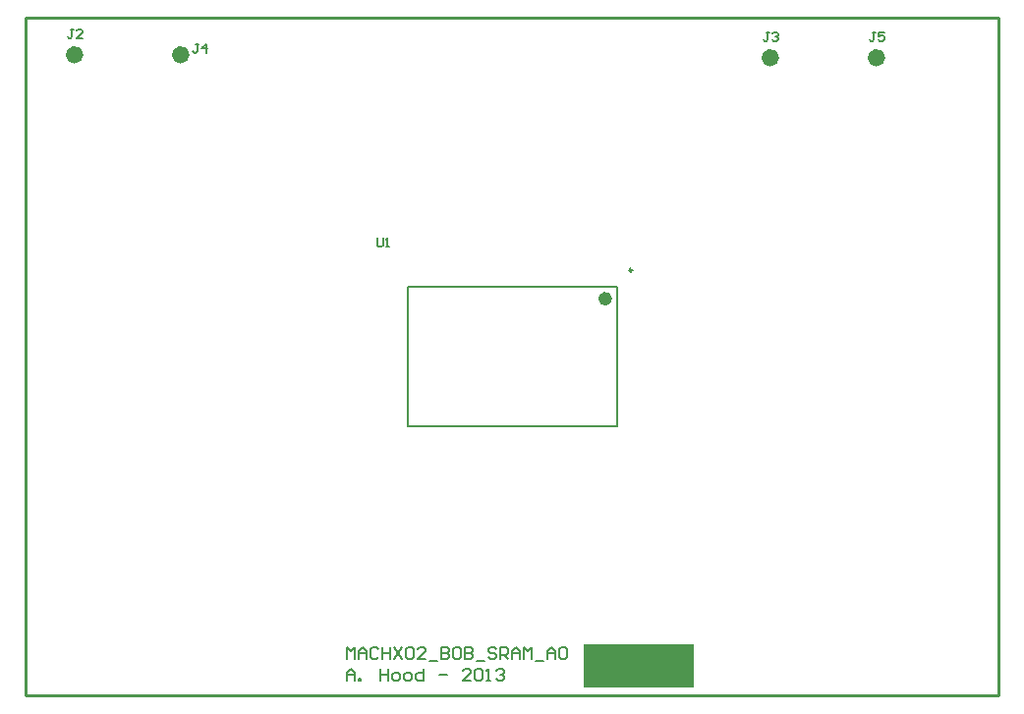
<source format=gto>
%FSLAX25Y25*%
%MOIN*%
G70*
G01*
G75*
G04 Layer_Color=65535*
%ADD10O,0.01772X0.08268*%
%ADD11O,0.08268X0.01772*%
%ADD12C,0.01000*%
%ADD13C,0.06000*%
%ADD14C,0.05000*%
%ADD15R,0.02047X0.02047*%
%ADD16R,0.02047X0.02047*%
%ADD17C,0.03000*%
%ADD18C,0.00984*%
%ADD19C,0.02362*%
%ADD20C,0.00787*%
%ADD21C,0.00700*%
%ADD22C,0.00800*%
%ADD23R,0.37500X0.15000*%
D12*
X-170000Y-115000D02*
Y115000D01*
Y-115000D02*
X160000D01*
Y115000D01*
X-170000D02*
X160000D01*
D17*
X120000Y101500D02*
G03*
X120000Y101500I-1500J0D01*
G01*
X84000D02*
G03*
X84000Y101500I-1500J0D01*
G01*
X-152000Y102500D02*
G03*
X-152000Y102500I-1500J0D01*
G01*
X-116000D02*
G03*
X-116000Y102500I-1500J0D01*
G01*
D18*
X35650Y29331D02*
G03*
X35650Y29331I-492J0D01*
G01*
D19*
X27677Y19685D02*
G03*
X27677Y19685I-1181J0D01*
G01*
D20*
X-40433Y23622D02*
X30433D01*
X-40433Y-23622D02*
X30433D01*
Y23622D01*
X-40433Y-23622D02*
Y23622D01*
D21*
X118199Y110199D02*
X117200D01*
X117700D01*
Y107700D01*
X117200Y107200D01*
X116700D01*
X116200Y107700D01*
X121198Y110199D02*
X119199D01*
Y108700D01*
X120199Y109199D01*
X120699D01*
X121198Y108700D01*
Y107700D01*
X120699Y107200D01*
X119699D01*
X119199Y107700D01*
X-111301Y106199D02*
X-112300D01*
X-111801D01*
Y103700D01*
X-112300Y103200D01*
X-112800D01*
X-113300Y103700D01*
X-108801Y103200D02*
Y106199D01*
X-110301Y104700D01*
X-108302D01*
X82199Y110199D02*
X81200D01*
X81700D01*
Y107700D01*
X81200Y107200D01*
X80700D01*
X80200Y107700D01*
X83199Y109699D02*
X83699Y110199D01*
X84699D01*
X85198Y109699D01*
Y109199D01*
X84699Y108700D01*
X84199D01*
X84699D01*
X85198Y108200D01*
Y107700D01*
X84699Y107200D01*
X83699D01*
X83199Y107700D01*
X-153801Y111199D02*
X-154800D01*
X-154300D01*
Y108700D01*
X-154800Y108200D01*
X-155300D01*
X-155800Y108700D01*
X-150802Y108200D02*
X-152801D01*
X-150802Y110199D01*
Y110699D01*
X-151301Y111199D01*
X-152301D01*
X-152801Y110699D01*
X-50800Y40299D02*
Y37800D01*
X-50300Y37300D01*
X-49301D01*
X-48801Y37800D01*
Y40299D01*
X-47801Y37300D02*
X-46801D01*
X-47301D01*
Y40299D01*
X-47801Y39799D01*
D22*
X-61000Y-102500D02*
Y-98501D01*
X-59667Y-99834D01*
X-58334Y-98501D01*
Y-102500D01*
X-57001D02*
Y-99834D01*
X-55668Y-98501D01*
X-54335Y-99834D01*
Y-102500D01*
Y-100501D01*
X-57001D01*
X-50337Y-99168D02*
X-51003Y-98501D01*
X-52336D01*
X-53003Y-99168D01*
Y-101834D01*
X-52336Y-102500D01*
X-51003D01*
X-50337Y-101834D01*
X-49004Y-98501D02*
Y-102500D01*
Y-100501D01*
X-46338D01*
Y-98501D01*
Y-102500D01*
X-45005Y-98501D02*
X-42339Y-102500D01*
Y-98501D02*
X-45005Y-102500D01*
X-39007Y-98501D02*
X-40340D01*
X-41006Y-99168D01*
Y-101834D01*
X-40340Y-102500D01*
X-39007D01*
X-38341Y-101834D01*
Y-99168D01*
X-39007Y-98501D01*
X-34342Y-102500D02*
X-37008D01*
X-34342Y-99834D01*
Y-99168D01*
X-35008Y-98501D01*
X-36341D01*
X-37008Y-99168D01*
X-33009Y-103166D02*
X-30343D01*
X-29010Y-98501D02*
Y-102500D01*
X-27011D01*
X-26344Y-101834D01*
Y-101167D01*
X-27011Y-100501D01*
X-29010D01*
X-27011D01*
X-26344Y-99834D01*
Y-99168D01*
X-27011Y-98501D01*
X-29010D01*
X-23012D02*
X-24345D01*
X-25012Y-99168D01*
Y-101834D01*
X-24345Y-102500D01*
X-23012D01*
X-22346Y-101834D01*
Y-99168D01*
X-23012Y-98501D01*
X-21013D02*
Y-102500D01*
X-19014D01*
X-18347Y-101834D01*
Y-101167D01*
X-19014Y-100501D01*
X-21013D01*
X-19014D01*
X-18347Y-99834D01*
Y-99168D01*
X-19014Y-98501D01*
X-21013D01*
X-17014Y-103166D02*
X-14348D01*
X-10350Y-99168D02*
X-11016Y-98501D01*
X-12349D01*
X-13015Y-99168D01*
Y-99834D01*
X-12349Y-100501D01*
X-11016D01*
X-10350Y-101167D01*
Y-101834D01*
X-11016Y-102500D01*
X-12349D01*
X-13015Y-101834D01*
X-9017Y-102500D02*
Y-98501D01*
X-7017D01*
X-6351Y-99168D01*
Y-100501D01*
X-7017Y-101167D01*
X-9017D01*
X-7684D02*
X-6351Y-102500D01*
X-5018D02*
Y-99834D01*
X-3685Y-98501D01*
X-2352Y-99834D01*
Y-102500D01*
Y-100501D01*
X-5018D01*
X-1019Y-102500D02*
Y-98501D01*
X313Y-99834D01*
X1647Y-98501D01*
Y-102500D01*
X2979Y-103166D02*
X5645D01*
X6978Y-102500D02*
Y-99834D01*
X8311Y-98501D01*
X9644Y-99834D01*
Y-102500D01*
Y-100501D01*
X6978D01*
X10977Y-99168D02*
X11643Y-98501D01*
X12976D01*
X13643Y-99168D01*
Y-101834D01*
X12976Y-102500D01*
X11643D01*
X10977Y-101834D01*
Y-99168D01*
X-61000Y-110000D02*
Y-107334D01*
X-59667Y-106001D01*
X-58334Y-107334D01*
Y-110000D01*
Y-108001D01*
X-61000D01*
X-57001Y-110000D02*
Y-109334D01*
X-56335D01*
Y-110000D01*
X-57001D01*
X-49670Y-106001D02*
Y-110000D01*
Y-108001D01*
X-47005D01*
Y-106001D01*
Y-110000D01*
X-45005D02*
X-43672D01*
X-43006Y-109334D01*
Y-108001D01*
X-43672Y-107334D01*
X-45005D01*
X-45672Y-108001D01*
Y-109334D01*
X-45005Y-110000D01*
X-41006D02*
X-39674D01*
X-39007Y-109334D01*
Y-108001D01*
X-39674Y-107334D01*
X-41006D01*
X-41673Y-108001D01*
Y-109334D01*
X-41006Y-110000D01*
X-35008Y-106001D02*
Y-110000D01*
X-37008D01*
X-37674Y-109334D01*
Y-108001D01*
X-37008Y-107334D01*
X-35008D01*
X-29677Y-108001D02*
X-27011D01*
X-19014Y-110000D02*
X-21679D01*
X-19014Y-107334D01*
Y-106668D01*
X-19680Y-106001D01*
X-21013D01*
X-21679Y-106668D01*
X-17681D02*
X-17014Y-106001D01*
X-15681D01*
X-15015Y-106668D01*
Y-109334D01*
X-15681Y-110000D01*
X-17014D01*
X-17681Y-109334D01*
Y-106668D01*
X-13682Y-110000D02*
X-12349D01*
X-13015D01*
Y-106001D01*
X-13682Y-106668D01*
X-10350D02*
X-9683Y-106001D01*
X-8350D01*
X-7684Y-106668D01*
Y-107334D01*
X-8350Y-108001D01*
X-9017D01*
X-8350D01*
X-7684Y-108667D01*
Y-109334D01*
X-8350Y-110000D01*
X-9683D01*
X-10350Y-109334D01*
D23*
X37750Y-105000D02*
D03*
M02*

</source>
